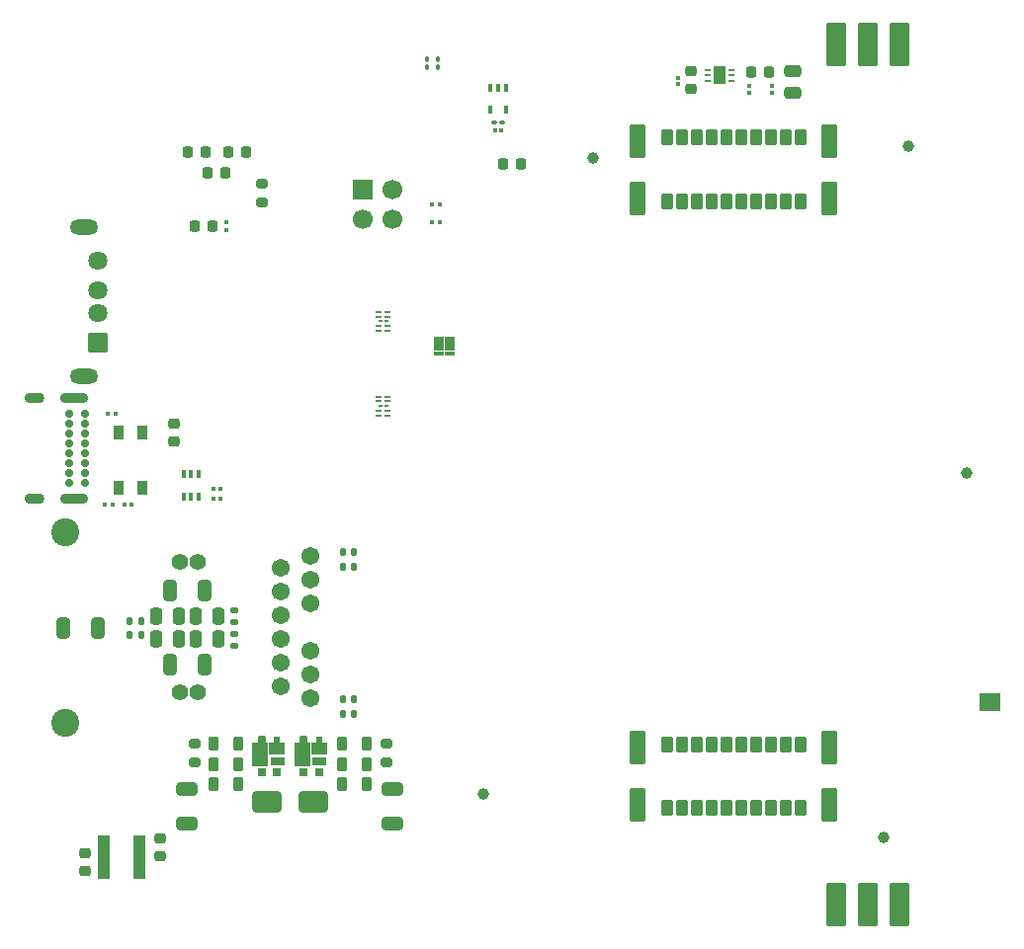
<source format=gbr>
%TF.GenerationSoftware,KiCad,Pcbnew,9.0.3*%
%TF.CreationDate,2025-08-25T11:29:22-05:00*%
%TF.ProjectId,controller,636f6e74-726f-46c6-9c65-722e6b696361,rev?*%
%TF.SameCoordinates,Original*%
%TF.FileFunction,Soldermask,Top*%
%TF.FilePolarity,Negative*%
%FSLAX46Y46*%
G04 Gerber Fmt 4.6, Leading zero omitted, Abs format (unit mm)*
G04 Created by KiCad (PCBNEW 9.0.3) date 2025-08-25 11:29:22*
%MOMM*%
%LPD*%
G01*
G04 APERTURE LIST*
G04 Aperture macros list*
%AMRoundRect*
0 Rectangle with rounded corners*
0 $1 Rounding radius*
0 $2 $3 $4 $5 $6 $7 $8 $9 X,Y pos of 4 corners*
0 Add a 4 corners polygon primitive as box body*
4,1,4,$2,$3,$4,$5,$6,$7,$8,$9,$2,$3,0*
0 Add four circle primitives for the rounded corners*
1,1,$1+$1,$2,$3*
1,1,$1+$1,$4,$5*
1,1,$1+$1,$6,$7*
1,1,$1+$1,$8,$9*
0 Add four rect primitives between the rounded corners*
20,1,$1+$1,$2,$3,$4,$5,0*
20,1,$1+$1,$4,$5,$6,$7,0*
20,1,$1+$1,$6,$7,$8,$9,0*
20,1,$1+$1,$8,$9,$2,$3,0*%
G04 Aperture macros list end*
%ADD10C,0.010000*%
%ADD11R,0.558800X0.203200*%
%ADD12R,0.450000X0.200000*%
%ADD13RoundRect,0.100000X0.100000X-0.130000X0.100000X0.130000X-0.100000X0.130000X-0.100000X-0.130000X0*%
%ADD14R,0.400000X0.650000*%
%ADD15RoundRect,0.100000X0.130000X0.100000X-0.130000X0.100000X-0.130000X-0.100000X0.130000X-0.100000X0*%
%ADD16R,0.320000X0.360000*%
%ADD17RoundRect,0.225000X-0.250000X0.225000X-0.250000X-0.225000X0.250000X-0.225000X0.250000X0.225000X0*%
%ADD18RoundRect,0.250000X0.325000X0.650000X-0.325000X0.650000X-0.325000X-0.650000X0.325000X-0.650000X0*%
%ADD19RoundRect,0.218750X-0.218750X-0.256250X0.218750X-0.256250X0.218750X0.256250X-0.218750X0.256250X0*%
%ADD20RoundRect,0.140000X-0.140000X-0.170000X0.140000X-0.170000X0.140000X0.170000X-0.140000X0.170000X0*%
%ADD21RoundRect,0.250000X-0.250000X-0.475000X0.250000X-0.475000X0.250000X0.475000X-0.250000X0.475000X0*%
%ADD22RoundRect,0.225000X0.225000X0.250000X-0.225000X0.250000X-0.225000X-0.250000X0.225000X-0.250000X0*%
%ADD23RoundRect,0.100000X0.100000X-0.105500X0.100000X0.105500X-0.100000X0.105500X-0.100000X-0.105500X0*%
%ADD24RoundRect,0.218750X0.218750X0.381250X-0.218750X0.381250X-0.218750X-0.381250X0.218750X-0.381250X0*%
%ADD25RoundRect,0.218750X-0.218750X-0.381250X0.218750X-0.381250X0.218750X0.381250X-0.218750X0.381250X0*%
%ADD26C,1.000000*%
%ADD27RoundRect,0.225000X0.250000X-0.225000X0.250000X0.225000X-0.250000X0.225000X-0.250000X-0.225000X0*%
%ADD28RoundRect,0.100000X-0.100000X0.225000X-0.100000X-0.225000X0.100000X-0.225000X0.100000X0.225000X0*%
%ADD29RoundRect,0.100000X0.105500X0.100000X-0.105500X0.100000X-0.105500X-0.100000X0.105500X-0.100000X0*%
%ADD30R,0.500000X0.500000*%
%ADD31R,1.375000X1.015000*%
%ADD32RoundRect,0.050000X-0.250000X0.250000X-0.250000X-0.250000X0.250000X-0.250000X0.250000X0.250000X0*%
%ADD33RoundRect,0.050000X-0.612500X0.990000X-0.612500X-0.990000X0.612500X-0.990000X0.612500X0.990000X0*%
%ADD34RoundRect,0.050000X-0.250000X0.325000X-0.250000X-0.325000X0.250000X-0.325000X0.250000X0.325000X0*%
%ADD35R,1.175000X0.715000*%
%ADD36RoundRect,0.135000X0.135000X0.185000X-0.135000X0.185000X-0.135000X-0.185000X0.135000X-0.185000X0*%
%ADD37RoundRect,0.200000X0.275000X-0.200000X0.275000X0.200000X-0.275000X0.200000X-0.275000X-0.200000X0*%
%ADD38RoundRect,0.102000X-0.750000X1.750000X-0.750000X-1.750000X0.750000X-1.750000X0.750000X1.750000X0*%
%ADD39RoundRect,0.100000X-0.105500X-0.100000X0.105500X-0.100000X0.105500X0.100000X-0.105500X0.100000X0*%
%ADD40RoundRect,0.102000X0.750000X-1.750000X0.750000X1.750000X-0.750000X1.750000X-0.750000X-1.750000X0*%
%ADD41RoundRect,0.250000X-0.475000X0.250000X-0.475000X-0.250000X0.475000X-0.250000X0.475000X0.250000X0*%
%ADD42RoundRect,0.250000X0.250000X0.475000X-0.250000X0.475000X-0.250000X-0.475000X0.250000X-0.475000X0*%
%ADD43RoundRect,0.135000X-0.185000X0.135000X-0.185000X-0.135000X0.185000X-0.135000X0.185000X0.135000X0*%
%ADD44RoundRect,0.102000X-0.400000X-0.550000X0.400000X-0.550000X0.400000X0.550000X-0.400000X0.550000X0*%
%ADD45RoundRect,0.292500X-0.409500X-1.159500X0.409500X-1.159500X0.409500X1.159500X-0.409500X1.159500X0*%
%ADD46R,1.100000X3.700000*%
%ADD47RoundRect,0.200000X-0.275000X0.200000X-0.275000X-0.200000X0.275000X-0.200000X0.275000X0.200000X0*%
%ADD48RoundRect,0.250000X-1.000000X-0.650000X1.000000X-0.650000X1.000000X0.650000X-1.000000X0.650000X0*%
%ADD49R,0.939800X1.244600*%
%ADD50R,0.360000X0.320000*%
%ADD51RoundRect,0.250000X-0.650000X0.325000X-0.650000X-0.325000X0.650000X-0.325000X0.650000X0.325000X0*%
%ADD52RoundRect,0.040000X-0.140000X-0.120000X0.140000X-0.120000X0.140000X0.120000X-0.140000X0.120000X0*%
%ADD53RoundRect,0.135000X0.185000X-0.135000X0.185000X0.135000X-0.185000X0.135000X-0.185000X-0.135000X0*%
%ADD54RoundRect,0.225000X-0.225000X-0.250000X0.225000X-0.250000X0.225000X0.250000X-0.225000X0.250000X0*%
%ADD55RoundRect,0.250000X-0.325000X-0.650000X0.325000X-0.650000X0.325000X0.650000X-0.325000X0.650000X0*%
%ADD56R,0.609600X0.254000*%
%ADD57R,1.016000X1.549400*%
%ADD58C,1.545000*%
%ADD59C,1.400000*%
%ADD60C,2.400000*%
%ADD61RoundRect,0.102000X0.714000X-0.714000X0.714000X0.714000X-0.714000X0.714000X-0.714000X-0.714000X0*%
%ADD62C,1.632000*%
%ADD63O,2.420000X1.312000*%
%ADD64R,1.700000X1.700000*%
%ADD65C,1.700000*%
%ADD66C,0.700000*%
%ADD67O,1.700000X0.900000*%
%ADD68O,2.400000X0.900000*%
G04 APERTURE END LIST*
D10*
%TO.C,U5*%
X120000Y31340000D02*
X-680000Y31340000D01*
X-680000Y31640000D01*
X120000Y31640000D01*
X120000Y31340000D01*
G36*
X120000Y31340000D02*
G01*
X-680000Y31340000D01*
X-680000Y31640000D01*
X120000Y31640000D01*
X120000Y31340000D01*
G37*
X120000Y30940000D02*
X-680000Y30940000D01*
X-680000Y31240000D01*
X120000Y31240000D01*
X120000Y30940000D01*
G36*
X120000Y30940000D02*
G01*
X-680000Y30940000D01*
X-680000Y31240000D01*
X120000Y31240000D01*
X120000Y30940000D01*
G37*
X120000Y30540000D02*
X-680000Y30540000D01*
X-680000Y30840000D01*
X120000Y30840000D01*
X120000Y30540000D01*
G36*
X120000Y30540000D02*
G01*
X-680000Y30540000D01*
X-680000Y30840000D01*
X120000Y30840000D01*
X120000Y30540000D01*
G37*
X120000Y30140000D02*
X-680000Y30140000D01*
X-680000Y30440000D01*
X120000Y30440000D01*
X120000Y30140000D01*
G36*
X120000Y30140000D02*
G01*
X-680000Y30140000D01*
X-680000Y30440000D01*
X120000Y30440000D01*
X120000Y30140000D01*
G37*
X1020000Y31340000D02*
X220000Y31340000D01*
X220000Y31640000D01*
X1020000Y31640000D01*
X1020000Y31340000D01*
G36*
X1020000Y31340000D02*
G01*
X220000Y31340000D01*
X220000Y31640000D01*
X1020000Y31640000D01*
X1020000Y31340000D01*
G37*
X1020000Y30940000D02*
X220000Y30940000D01*
X220000Y31240000D01*
X1020000Y31240000D01*
X1020000Y30940000D01*
G36*
X1020000Y30940000D02*
G01*
X220000Y30940000D01*
X220000Y31240000D01*
X1020000Y31240000D01*
X1020000Y30940000D01*
G37*
X1020000Y30540000D02*
X220000Y30540000D01*
X220000Y30840000D01*
X1020000Y30840000D01*
X1020000Y30540000D01*
G36*
X1020000Y30540000D02*
G01*
X220000Y30540000D01*
X220000Y30840000D01*
X1020000Y30840000D01*
X1020000Y30540000D01*
G37*
X1020000Y30140000D02*
X220000Y30140000D01*
X220000Y30440000D01*
X1020000Y30440000D01*
X1020000Y30140000D01*
G36*
X1020000Y30140000D02*
G01*
X220000Y30140000D01*
X220000Y30440000D01*
X1020000Y30440000D01*
X1020000Y30140000D01*
G37*
%TO.C,U11*%
X46890000Y840000D02*
X46090000Y840000D01*
X46090000Y1140000D01*
X46890000Y1140000D01*
X46890000Y840000D01*
G36*
X46890000Y840000D02*
G01*
X46090000Y840000D01*
X46090000Y1140000D01*
X46890000Y1140000D01*
X46890000Y840000D01*
G37*
X46890000Y440000D02*
X46090000Y440000D01*
X46090000Y740000D01*
X46890000Y740000D01*
X46890000Y440000D01*
G36*
X46890000Y440000D02*
G01*
X46090000Y440000D01*
X46090000Y740000D01*
X46890000Y740000D01*
X46890000Y440000D01*
G37*
X46890000Y40000D02*
X46090000Y40000D01*
X46090000Y340000D01*
X46890000Y340000D01*
X46890000Y40000D01*
G36*
X46890000Y40000D02*
G01*
X46090000Y40000D01*
X46090000Y340000D01*
X46890000Y340000D01*
X46890000Y40000D01*
G37*
X46890000Y-360000D02*
X46090000Y-360000D01*
X46090000Y-60000D01*
X46890000Y-60000D01*
X46890000Y-360000D01*
G36*
X46890000Y-360000D02*
G01*
X46090000Y-360000D01*
X46090000Y-60000D01*
X46890000Y-60000D01*
X46890000Y-360000D01*
G37*
X47790000Y840000D02*
X46990000Y840000D01*
X46990000Y1140000D01*
X47790000Y1140000D01*
X47790000Y840000D01*
G36*
X47790000Y840000D02*
G01*
X46990000Y840000D01*
X46990000Y1140000D01*
X47790000Y1140000D01*
X47790000Y840000D01*
G37*
X47790000Y440000D02*
X46990000Y440000D01*
X46990000Y740000D01*
X47790000Y740000D01*
X47790000Y440000D01*
G36*
X47790000Y440000D02*
G01*
X46990000Y440000D01*
X46990000Y740000D01*
X47790000Y740000D01*
X47790000Y440000D01*
G37*
X47790000Y40000D02*
X46990000Y40000D01*
X46990000Y340000D01*
X47790000Y340000D01*
X47790000Y40000D01*
G36*
X47790000Y40000D02*
G01*
X46990000Y40000D01*
X46990000Y340000D01*
X47790000Y340000D01*
X47790000Y40000D01*
G37*
X47790000Y-360000D02*
X46990000Y-360000D01*
X46990000Y-60000D01*
X47790000Y-60000D01*
X47790000Y-360000D01*
G36*
X47790000Y-360000D02*
G01*
X46990000Y-360000D01*
X46990000Y-60000D01*
X47790000Y-60000D01*
X47790000Y-360000D01*
G37*
%TD*%
D11*
%TO.C,U4*%
X-5385000Y33800001D03*
X-5385000Y33399999D03*
D12*
X-5260000Y33000000D03*
D11*
X-5385000Y32600001D03*
X-5385000Y32199999D03*
X-4615000Y32199999D03*
X-4615000Y32600001D03*
D12*
X-4740000Y33000000D03*
D11*
X-4615000Y33399999D03*
X-4615000Y33800001D03*
%TD*%
%TO.C,U3*%
X-5385000Y26530000D03*
X-5385000Y26129998D03*
D12*
X-5260000Y25729999D03*
D11*
X-5385000Y25330000D03*
X-5385000Y24929998D03*
X-4615000Y24929998D03*
X-4615000Y25330000D03*
D12*
X-4740000Y25729999D03*
D11*
X-4615000Y26129998D03*
X-4615000Y26530000D03*
%TD*%
D13*
%TO.C,C1*%
X-350000Y54800000D03*
X-350000Y55440000D03*
%TD*%
D14*
%TO.C,U2*%
X5480000Y53050000D03*
X4830000Y53049999D03*
X4180000Y53050000D03*
X4180000Y51150000D03*
X5480000Y51150000D03*
%TD*%
D15*
%TO.C,R2*%
X5150000Y50070000D03*
X4510000Y50070000D03*
%TD*%
D16*
%TO.C,C13*%
X20200000Y53880000D03*
X20200000Y53320000D03*
%TD*%
D17*
%TO.C,C31*%
X-22900000Y24265000D03*
X-22900000Y22715000D03*
%TD*%
D18*
%TO.C,C10*%
X-29474999Y6662500D03*
X-32425001Y6662500D03*
%TD*%
D19*
%TO.C,FB2*%
X26475000Y54374999D03*
X28050000Y54374999D03*
%TD*%
D20*
%TO.C,C14*%
X-8480000Y11940001D03*
X-7520000Y11939999D03*
%TD*%
D21*
%TO.C,C11*%
X-21039999Y7740000D03*
X-19140001Y7740000D03*
%TD*%
D13*
%TO.C,C33*%
X-1290000Y54800000D03*
X-1290000Y55440000D03*
%TD*%
D20*
%TO.C,C34*%
X-8480000Y13240001D03*
X-7520000Y13239999D03*
%TD*%
D19*
%TO.C,FB4*%
X5212500Y46500000D03*
X6787500Y46500000D03*
%TD*%
D22*
%TO.C,C27*%
X-18505000Y45750000D03*
X-20055000Y45750000D03*
%TD*%
D16*
%TO.C,C15*%
X26300000Y53180000D03*
X26300000Y52620000D03*
%TD*%
D23*
%TO.C,R6*%
X-18460000Y40850000D03*
X-18460000Y41490000D03*
%TD*%
D24*
%TO.C,L5*%
X-17400000Y-6700001D03*
X-19525000Y-6700001D03*
%TD*%
D25*
%TO.C,L8*%
X-8587500Y-6700001D03*
X-6462500Y-6700001D03*
%TD*%
D26*
%TO.C,FID1*%
X37820000Y-11230000D03*
%TD*%
D21*
%TO.C,C9*%
X-21039999Y5740000D03*
X-19140001Y5740000D03*
%TD*%
D26*
%TO.C,FID9*%
X45000000Y20000000D03*
%TD*%
D27*
%TO.C,C21*%
X-24160000Y-12885000D03*
X-24160000Y-11335000D03*
%TD*%
D28*
%TO.C,Q2*%
X-20820000Y19890000D03*
X-21470000Y19889999D03*
X-22120000Y19890000D03*
X-22120000Y17990000D03*
X-21470000Y17990001D03*
X-20820000Y17990000D03*
%TD*%
D29*
%TO.C,R18*%
X-180000Y41500000D03*
X-820000Y41500000D03*
%TD*%
D26*
%TO.C,FID2*%
X40000000Y48000000D03*
%TD*%
D27*
%TO.C,C28*%
X-30530000Y-14135000D03*
X-30530000Y-12585000D03*
%TD*%
D25*
%TO.C,L6*%
X-8587500Y-3200000D03*
X-6462500Y-3200000D03*
%TD*%
D29*
%TO.C,R4*%
X-180000Y43000000D03*
X-820000Y43000000D03*
%TD*%
D30*
%TO.C,D3*%
X-10525000Y-2900001D03*
D31*
X-10525000Y-3657501D03*
D32*
X-11825000Y-2900001D03*
D33*
X-11937500Y-4140001D03*
D34*
X-11825000Y-5625001D03*
X-10525000Y-5625001D03*
D35*
X-10487500Y-4772501D03*
%TD*%
D36*
%TO.C,R13*%
X-25730001Y6110000D03*
X-26749999Y6110000D03*
%TD*%
D25*
%TO.C,L4*%
X-19525000Y-4950000D03*
X-17400000Y-4950000D03*
%TD*%
D37*
%TO.C,R1*%
X-15400000Y43190000D03*
X-15400000Y44840000D03*
%TD*%
D38*
%TO.C,J8*%
X36500000Y56777500D03*
X39200000Y56777500D03*
X33800000Y56777500D03*
%TD*%
D39*
%TO.C,R10*%
X-19590000Y17830000D03*
X-18950000Y17830000D03*
%TD*%
D26*
%TO.C,FID8*%
X13000000Y47000000D03*
%TD*%
D20*
%TO.C,C5*%
X-8480000Y-669999D03*
X-7520000Y-670001D03*
%TD*%
D30*
%TO.C,D4*%
X-14125000Y-2900001D03*
D31*
X-14125000Y-3657501D03*
D32*
X-15425000Y-2900001D03*
D33*
X-15537500Y-4140001D03*
D34*
X-15425000Y-5625001D03*
X-14125000Y-5625001D03*
D35*
X-14087500Y-4772501D03*
%TD*%
D40*
%TO.C,J6*%
X36500000Y-17027500D03*
X33800000Y-17027500D03*
X39200000Y-17027500D03*
%TD*%
D41*
%TO.C,C16*%
X30100000Y54449999D03*
X30100000Y52550001D03*
%TD*%
D42*
%TO.C,C7*%
X-22540001Y5740000D03*
X-24439999Y5740000D03*
%TD*%
D43*
%TO.C,R33*%
X-17780000Y8219999D03*
X-17780000Y7200001D03*
%TD*%
D36*
%TO.C,R31*%
X-25730001Y7320000D03*
X-26749999Y7320000D03*
%TD*%
D44*
%TO.C,JM2*%
X19285000Y-8750000D03*
X20555000Y-8750000D03*
X21825000Y-8750000D03*
X23095000Y-8750000D03*
X24365000Y-8750000D03*
X25635000Y-8750000D03*
X26905000Y-8750000D03*
X28175000Y-8750000D03*
X29445000Y-8750000D03*
X30715000Y-8750000D03*
X19285000Y-3250000D03*
X20555000Y-3250000D03*
X21825000Y-3250000D03*
X23095000Y-3250000D03*
X24365000Y-3250000D03*
X25635000Y-3250000D03*
X26905000Y-3250000D03*
X28175000Y-3250000D03*
X29445000Y-3250000D03*
X30715000Y-3250000D03*
D45*
X16790000Y-8450000D03*
X16790000Y-3550000D03*
X33210000Y-8450000D03*
X33210000Y-3550000D03*
%TD*%
D46*
%TO.C,L2*%
X-25910000Y-12910000D03*
X-28910000Y-12910000D03*
%TD*%
D24*
%TO.C,L7*%
X-6462500Y-4950000D03*
X-8587500Y-4950000D03*
%TD*%
D17*
%TO.C,C12*%
X21300000Y54475000D03*
X21300000Y52925000D03*
%TD*%
D47*
%TO.C,R8*%
X-4725000Y-3175000D03*
X-4725000Y-4825000D03*
%TD*%
D39*
%TO.C,R17*%
X-28837500Y17252499D03*
X-28197500Y17252499D03*
%TD*%
D48*
%TO.C,D1*%
X-15000001Y-8200000D03*
X-10999999Y-8200000D03*
%TD*%
D49*
%TO.C,FL1*%
X-25652500Y23502499D03*
X-27652502Y23502499D03*
X-27652502Y18752493D03*
X-25652500Y18752493D03*
%TD*%
D47*
%TO.C,R7*%
X-21200000Y-3175000D03*
X-21200000Y-4825000D03*
%TD*%
D50*
%TO.C,C3*%
X5120000Y49360000D03*
X4560000Y49360000D03*
%TD*%
D51*
%TO.C,C29*%
X-21800000Y-7124999D03*
X-21800000Y-10075001D03*
%TD*%
D42*
%TO.C,C8*%
X-22540001Y7740000D03*
X-24439999Y7740000D03*
%TD*%
D39*
%TO.C,R9*%
X-19590000Y18670000D03*
X-18950000Y18670000D03*
%TD*%
D52*
%TO.C,C36*%
X-27182500Y17252499D03*
X-26622500Y17252499D03*
%TD*%
D44*
%TO.C,JM1*%
X19285000Y43250000D03*
X20555000Y43250000D03*
X21825000Y43250000D03*
X23095000Y43250000D03*
X24365000Y43250000D03*
X25635000Y43250000D03*
X26905000Y43250000D03*
X28175000Y43250000D03*
X29445000Y43250000D03*
X30715000Y43250000D03*
X19285000Y48750000D03*
X20555000Y48750000D03*
X21825000Y48750000D03*
X23095000Y48750000D03*
X24365000Y48750000D03*
X25635000Y48750000D03*
X26905000Y48750000D03*
X28175000Y48750000D03*
X29445000Y48750000D03*
X30715000Y48750000D03*
D45*
X16790000Y43550000D03*
X16790000Y48450000D03*
X33210000Y43550000D03*
X33210000Y48450000D03*
%TD*%
D53*
%TO.C,R32*%
X-17780000Y5200001D03*
X-17780000Y6219999D03*
%TD*%
D51*
%TO.C,C30*%
X-4200000Y-7124999D03*
X-4200000Y-10075001D03*
%TD*%
D54*
%TO.C,C37*%
X-18275000Y47500000D03*
X-16725000Y47500000D03*
%TD*%
D55*
%TO.C,C43*%
X-23275000Y9880000D03*
X-20325000Y9880000D03*
%TD*%
D56*
%TO.C,U7*%
X24800000Y53574748D03*
X24800000Y54074874D03*
X24800000Y54575000D03*
X22793400Y54575000D03*
X22793400Y54074874D03*
X22793400Y53574748D03*
D57*
X23796700Y54074874D03*
%TD*%
D24*
%TO.C,L3*%
X-17400000Y-3200000D03*
X-19525000Y-3200000D03*
%TD*%
D26*
%TO.C,FID5*%
X3600000Y-7500000D03*
%TD*%
D55*
%TO.C,C44*%
X-23275001Y3590000D03*
X-20324999Y3590000D03*
%TD*%
D39*
%TO.C,R11*%
X-28590000Y25090000D03*
X-27950000Y25090000D03*
%TD*%
D16*
%TO.C,C17*%
X28300000Y53160000D03*
X28300000Y52600000D03*
%TD*%
D54*
%TO.C,C22*%
X-21165000Y41190000D03*
X-19615000Y41190000D03*
%TD*%
D20*
%TO.C,C6*%
X-8480000Y610001D03*
X-7520000Y609999D03*
%TD*%
D22*
%TO.C,C23*%
X-20225000Y47500000D03*
X-21775000Y47500000D03*
%TD*%
D58*
%TO.C,J4*%
X-13800000Y11850000D03*
X-13800000Y9820000D03*
X-13800000Y7790000D03*
X-13800000Y5760000D03*
X-13800000Y3730000D03*
X-13800000Y1700000D03*
X-11260000Y12870000D03*
X-11260000Y10830000D03*
X-11260000Y8790000D03*
X-11260000Y4740000D03*
X-11260000Y2700000D03*
X-11260000Y660000D03*
D59*
X-20910000Y12355000D03*
X-20910000Y1175000D03*
X-22460000Y12355000D03*
X-22460000Y1175000D03*
D60*
X-32220000Y-1410000D03*
X-32220000Y14940000D03*
%TD*%
D61*
%TO.C,J1*%
X-29427500Y31170000D03*
D62*
X-29427500Y33670000D03*
X-29427500Y35670000D03*
X-29427500Y38170000D03*
D63*
X-30627500Y28270000D03*
X-30627500Y41070000D03*
%TD*%
D64*
%TO.C,J9*%
X-6775000Y44275000D03*
D65*
X-6775000Y41735000D03*
X-4235000Y44275000D03*
X-4235000Y41735000D03*
%TD*%
D66*
%TO.C,J2*%
X-30542500Y19102499D03*
X-30542500Y19952499D03*
X-30542500Y20802500D03*
X-30542500Y21652499D03*
X-30542500Y22502499D03*
X-30542500Y23352499D03*
X-30542500Y24202500D03*
X-30542500Y25052499D03*
X-31892500Y25052499D03*
X-31892500Y24202499D03*
X-31892500Y23352499D03*
X-31892500Y22502499D03*
X-31892500Y21652499D03*
X-31892500Y20802499D03*
X-31892500Y19952499D03*
X-31892500Y19102499D03*
D67*
X-34902500Y17752499D03*
D68*
X-31522500Y17752499D03*
D67*
X-34902500Y26402499D03*
D68*
X-31522500Y26402499D03*
%TD*%
M02*

</source>
